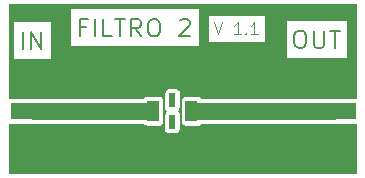
<source format=gbr>
G04 #@! TF.FileFunction,Copper,L1,Top,Signal*
%FSLAX46Y46*%
G04 Gerber Fmt 4.6, Leading zero omitted, Abs format (unit mm)*
G04 Created by KiCad (PCBNEW 4.0.2+dfsg1-stable) date Qua 18 Mai 2016 08:03:29 BRT*
%MOMM*%
G01*
G04 APERTURE LIST*
%ADD10C,0.100000*%
%ADD11C,0.200000*%
%ADD12R,0.610000X1.245000*%
%ADD13R,1.040000X1.800000*%
%ADD14R,4.000000X1.475000*%
%ADD15C,1.500000*%
%ADD16C,1.475000*%
G04 APERTURE END LIST*
D10*
D11*
X168210000Y-102628571D02*
X168495714Y-102628571D01*
X168638572Y-102700000D01*
X168781429Y-102842857D01*
X168852857Y-103128571D01*
X168852857Y-103628571D01*
X168781429Y-103914286D01*
X168638572Y-104057143D01*
X168495714Y-104128571D01*
X168210000Y-104128571D01*
X168067143Y-104057143D01*
X167924286Y-103914286D01*
X167852857Y-103628571D01*
X167852857Y-103128571D01*
X167924286Y-102842857D01*
X168067143Y-102700000D01*
X168210000Y-102628571D01*
X169495715Y-102628571D02*
X169495715Y-103842857D01*
X169567143Y-103985714D01*
X169638572Y-104057143D01*
X169781429Y-104128571D01*
X170067143Y-104128571D01*
X170210001Y-104057143D01*
X170281429Y-103985714D01*
X170352858Y-103842857D01*
X170352858Y-102628571D01*
X170852858Y-102628571D02*
X171710001Y-102628571D01*
X171281430Y-104128571D02*
X171281430Y-102628571D01*
X144834286Y-104228571D02*
X144834286Y-102728571D01*
X145548572Y-104228571D02*
X145548572Y-102728571D01*
X146405715Y-104228571D01*
X146405715Y-102728571D01*
D10*
X161036238Y-101941381D02*
X161369571Y-102941381D01*
X161702905Y-101941381D01*
X163321953Y-102941381D02*
X162750524Y-102941381D01*
X163036238Y-102941381D02*
X163036238Y-101941381D01*
X162941000Y-102084238D01*
X162845762Y-102179476D01*
X162750524Y-102227095D01*
X163750524Y-102846143D02*
X163798143Y-102893762D01*
X163750524Y-102941381D01*
X163702905Y-102893762D01*
X163750524Y-102846143D01*
X163750524Y-102941381D01*
X164750524Y-102941381D02*
X164179095Y-102941381D01*
X164464809Y-102941381D02*
X164464809Y-101941381D01*
X164369571Y-102084238D01*
X164274333Y-102179476D01*
X164179095Y-102227095D01*
D11*
X150172303Y-102341217D02*
X149672303Y-102341217D01*
X149672303Y-103126931D02*
X149672303Y-101626931D01*
X150386589Y-101626931D01*
X150958017Y-103126931D02*
X150958017Y-101626931D01*
X152386589Y-103126931D02*
X151672303Y-103126931D01*
X151672303Y-101626931D01*
X152672303Y-101626931D02*
X153529446Y-101626931D01*
X153100875Y-103126931D02*
X153100875Y-101626931D01*
X154886589Y-103126931D02*
X154386589Y-102412646D01*
X154029446Y-103126931D02*
X154029446Y-101626931D01*
X154600874Y-101626931D01*
X154743732Y-101698360D01*
X154815160Y-101769789D01*
X154886589Y-101912646D01*
X154886589Y-102126931D01*
X154815160Y-102269789D01*
X154743732Y-102341217D01*
X154600874Y-102412646D01*
X154029446Y-102412646D01*
X155815160Y-101626931D02*
X156100874Y-101626931D01*
X156243732Y-101698360D01*
X156386589Y-101841217D01*
X156458017Y-102126931D01*
X156458017Y-102626931D01*
X156386589Y-102912646D01*
X156243732Y-103055503D01*
X156100874Y-103126931D01*
X155815160Y-103126931D01*
X155672303Y-103055503D01*
X155529446Y-102912646D01*
X155458017Y-102626931D01*
X155458017Y-102126931D01*
X155529446Y-101841217D01*
X155672303Y-101698360D01*
X155815160Y-101626931D01*
X158172303Y-101769789D02*
X158243732Y-101698360D01*
X158386589Y-101626931D01*
X158743732Y-101626931D01*
X158886589Y-101698360D01*
X158958018Y-101769789D01*
X159029446Y-101912646D01*
X159029446Y-102055503D01*
X158958018Y-102269789D01*
X158100875Y-103126931D01*
X159029446Y-103126931D01*
D12*
X157490000Y-110367500D03*
D13*
X155865000Y-109440000D03*
X159115000Y-109440000D03*
D12*
X157490000Y-108512500D03*
D14*
X145770000Y-109430000D03*
D15*
X167300000Y-107430000D03*
X165300000Y-107430000D03*
X163300000Y-107430000D03*
X161300000Y-107430000D03*
X159300000Y-106430000D03*
X157300000Y-106430000D03*
X155300000Y-106430000D03*
X153300000Y-107430000D03*
X151300000Y-107430000D03*
X149300000Y-107430000D03*
X167300000Y-111430000D03*
X165300000Y-111430000D03*
X163300000Y-111430000D03*
X161300000Y-111430000D03*
X159300000Y-112430000D03*
X157300000Y-112430000D03*
X155300000Y-112430000D03*
X153300000Y-111430000D03*
X151300000Y-111430000D03*
X149300000Y-111430000D03*
D14*
X171100000Y-109440000D03*
D16*
X145770000Y-109430000D02*
X155100000Y-109430000D01*
X155100000Y-109430000D02*
X155110000Y-109440000D01*
X145780000Y-109440000D02*
X145770000Y-109430000D01*
X145780000Y-109440000D02*
X145770000Y-109430000D01*
X145780000Y-109420000D02*
X145770000Y-109430000D01*
X171100000Y-109440000D02*
X159750000Y-109440000D01*
D10*
G36*
X173075000Y-108345644D02*
X169100000Y-108345644D01*
X169063563Y-108352500D01*
X159930259Y-108352500D01*
X159890797Y-108291175D01*
X159773837Y-108211259D01*
X159635000Y-108183144D01*
X158595000Y-108183144D01*
X158465298Y-108207549D01*
X158346175Y-108284203D01*
X158266259Y-108401163D01*
X158238144Y-108540000D01*
X158238144Y-110340000D01*
X158262549Y-110469702D01*
X158339203Y-110588825D01*
X158456163Y-110668741D01*
X158595000Y-110696856D01*
X159635000Y-110696856D01*
X159764702Y-110672451D01*
X159883825Y-110595797D01*
X159930491Y-110527500D01*
X169066144Y-110527500D01*
X169100000Y-110534356D01*
X173075000Y-110534356D01*
X173075000Y-114705000D01*
X143715000Y-114705000D01*
X143715000Y-110513218D01*
X143770000Y-110524356D01*
X145764194Y-110524356D01*
X145780000Y-110527500D01*
X145795806Y-110524356D01*
X147770000Y-110524356D01*
X147806437Y-110517500D01*
X155043306Y-110517500D01*
X155089203Y-110588825D01*
X155206163Y-110668741D01*
X155345000Y-110696856D01*
X156385000Y-110696856D01*
X156514702Y-110672451D01*
X156633825Y-110595797D01*
X156713741Y-110478837D01*
X156741856Y-110340000D01*
X156741856Y-108540000D01*
X156717451Y-108410298D01*
X156640797Y-108291175D01*
X156523837Y-108211259D01*
X156385000Y-108183144D01*
X155345000Y-108183144D01*
X155215298Y-108207549D01*
X155096175Y-108284203D01*
X155056342Y-108342500D01*
X147803856Y-108342500D01*
X147770000Y-108335644D01*
X145795806Y-108335644D01*
X145780000Y-108332500D01*
X145764194Y-108335644D01*
X143770000Y-108335644D01*
X143715000Y-108345993D01*
X143715000Y-107890000D01*
X156828144Y-107890000D01*
X156828144Y-109135000D01*
X156852549Y-109264702D01*
X156929203Y-109383825D01*
X157012009Y-109440405D01*
X156936175Y-109489203D01*
X156856259Y-109606163D01*
X156828144Y-109745000D01*
X156828144Y-110990000D01*
X156852549Y-111119702D01*
X156929203Y-111238825D01*
X157046163Y-111318741D01*
X157185000Y-111346856D01*
X157795000Y-111346856D01*
X157924702Y-111322451D01*
X158043825Y-111245797D01*
X158123741Y-111128837D01*
X158151856Y-110990000D01*
X158151856Y-109745000D01*
X158127451Y-109615298D01*
X158050797Y-109496175D01*
X157967991Y-109439595D01*
X158043825Y-109390797D01*
X158123741Y-109273837D01*
X158151856Y-109135000D01*
X158151856Y-107890000D01*
X158127451Y-107760298D01*
X158050797Y-107641175D01*
X157933837Y-107561259D01*
X157795000Y-107533144D01*
X157185000Y-107533144D01*
X157055298Y-107557549D01*
X156936175Y-107634203D01*
X156856259Y-107751163D01*
X156828144Y-107890000D01*
X143715000Y-107890000D01*
X143715000Y-101850000D01*
X144027143Y-101850000D01*
X144027143Y-105050000D01*
X147212858Y-105050000D01*
X147212858Y-101850000D01*
X144027143Y-101850000D01*
X143715000Y-101850000D01*
X143715000Y-100748360D01*
X148865160Y-100748360D01*
X148865160Y-103948360D01*
X159765160Y-103948360D01*
X159765160Y-101289000D01*
X160541000Y-101289000D01*
X160541000Y-103589000D01*
X165341000Y-103589000D01*
X165341000Y-101750000D01*
X167117143Y-101750000D01*
X167117143Y-104950000D01*
X172302858Y-104950000D01*
X172302858Y-101750000D01*
X167117143Y-101750000D01*
X165341000Y-101750000D01*
X165341000Y-101289000D01*
X160541000Y-101289000D01*
X159765160Y-101289000D01*
X159765160Y-100748360D01*
X148865160Y-100748360D01*
X143715000Y-100748360D01*
X143715000Y-100425000D01*
X173075000Y-100425000D01*
X173075000Y-108345644D01*
X173075000Y-108345644D01*
G37*
X173075000Y-108345644D02*
X169100000Y-108345644D01*
X169063563Y-108352500D01*
X159930259Y-108352500D01*
X159890797Y-108291175D01*
X159773837Y-108211259D01*
X159635000Y-108183144D01*
X158595000Y-108183144D01*
X158465298Y-108207549D01*
X158346175Y-108284203D01*
X158266259Y-108401163D01*
X158238144Y-108540000D01*
X158238144Y-110340000D01*
X158262549Y-110469702D01*
X158339203Y-110588825D01*
X158456163Y-110668741D01*
X158595000Y-110696856D01*
X159635000Y-110696856D01*
X159764702Y-110672451D01*
X159883825Y-110595797D01*
X159930491Y-110527500D01*
X169066144Y-110527500D01*
X169100000Y-110534356D01*
X173075000Y-110534356D01*
X173075000Y-114705000D01*
X143715000Y-114705000D01*
X143715000Y-110513218D01*
X143770000Y-110524356D01*
X145764194Y-110524356D01*
X145780000Y-110527500D01*
X145795806Y-110524356D01*
X147770000Y-110524356D01*
X147806437Y-110517500D01*
X155043306Y-110517500D01*
X155089203Y-110588825D01*
X155206163Y-110668741D01*
X155345000Y-110696856D01*
X156385000Y-110696856D01*
X156514702Y-110672451D01*
X156633825Y-110595797D01*
X156713741Y-110478837D01*
X156741856Y-110340000D01*
X156741856Y-108540000D01*
X156717451Y-108410298D01*
X156640797Y-108291175D01*
X156523837Y-108211259D01*
X156385000Y-108183144D01*
X155345000Y-108183144D01*
X155215298Y-108207549D01*
X155096175Y-108284203D01*
X155056342Y-108342500D01*
X147803856Y-108342500D01*
X147770000Y-108335644D01*
X145795806Y-108335644D01*
X145780000Y-108332500D01*
X145764194Y-108335644D01*
X143770000Y-108335644D01*
X143715000Y-108345993D01*
X143715000Y-107890000D01*
X156828144Y-107890000D01*
X156828144Y-109135000D01*
X156852549Y-109264702D01*
X156929203Y-109383825D01*
X157012009Y-109440405D01*
X156936175Y-109489203D01*
X156856259Y-109606163D01*
X156828144Y-109745000D01*
X156828144Y-110990000D01*
X156852549Y-111119702D01*
X156929203Y-111238825D01*
X157046163Y-111318741D01*
X157185000Y-111346856D01*
X157795000Y-111346856D01*
X157924702Y-111322451D01*
X158043825Y-111245797D01*
X158123741Y-111128837D01*
X158151856Y-110990000D01*
X158151856Y-109745000D01*
X158127451Y-109615298D01*
X158050797Y-109496175D01*
X157967991Y-109439595D01*
X158043825Y-109390797D01*
X158123741Y-109273837D01*
X158151856Y-109135000D01*
X158151856Y-107890000D01*
X158127451Y-107760298D01*
X158050797Y-107641175D01*
X157933837Y-107561259D01*
X157795000Y-107533144D01*
X157185000Y-107533144D01*
X157055298Y-107557549D01*
X156936175Y-107634203D01*
X156856259Y-107751163D01*
X156828144Y-107890000D01*
X143715000Y-107890000D01*
X143715000Y-101850000D01*
X144027143Y-101850000D01*
X144027143Y-105050000D01*
X147212858Y-105050000D01*
X147212858Y-101850000D01*
X144027143Y-101850000D01*
X143715000Y-101850000D01*
X143715000Y-100748360D01*
X148865160Y-100748360D01*
X148865160Y-103948360D01*
X159765160Y-103948360D01*
X159765160Y-101289000D01*
X160541000Y-101289000D01*
X160541000Y-103589000D01*
X165341000Y-103589000D01*
X165341000Y-101750000D01*
X167117143Y-101750000D01*
X167117143Y-104950000D01*
X172302858Y-104950000D01*
X172302858Y-101750000D01*
X167117143Y-101750000D01*
X165341000Y-101750000D01*
X165341000Y-101289000D01*
X160541000Y-101289000D01*
X159765160Y-101289000D01*
X159765160Y-100748360D01*
X148865160Y-100748360D01*
X143715000Y-100748360D01*
X143715000Y-100425000D01*
X173075000Y-100425000D01*
X173075000Y-108345644D01*
M02*

</source>
